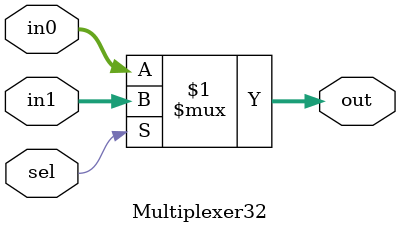
<source format=sv>
module Multiplexer32(
  	input [31:0] in0, in1,
    input sel,
    output [31:0] out
);
  
    assign out = sel ? in1 : in0;
  
endmodule

</source>
